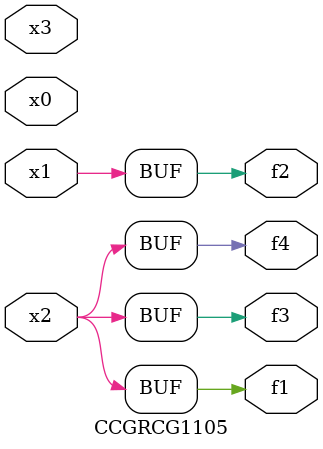
<source format=v>
module CCGRCG1105(
	input x0, x1, x2, x3,
	output f1, f2, f3, f4
);
	assign f1 = x2;
	assign f2 = x1;
	assign f3 = x2;
	assign f4 = x2;
endmodule

</source>
